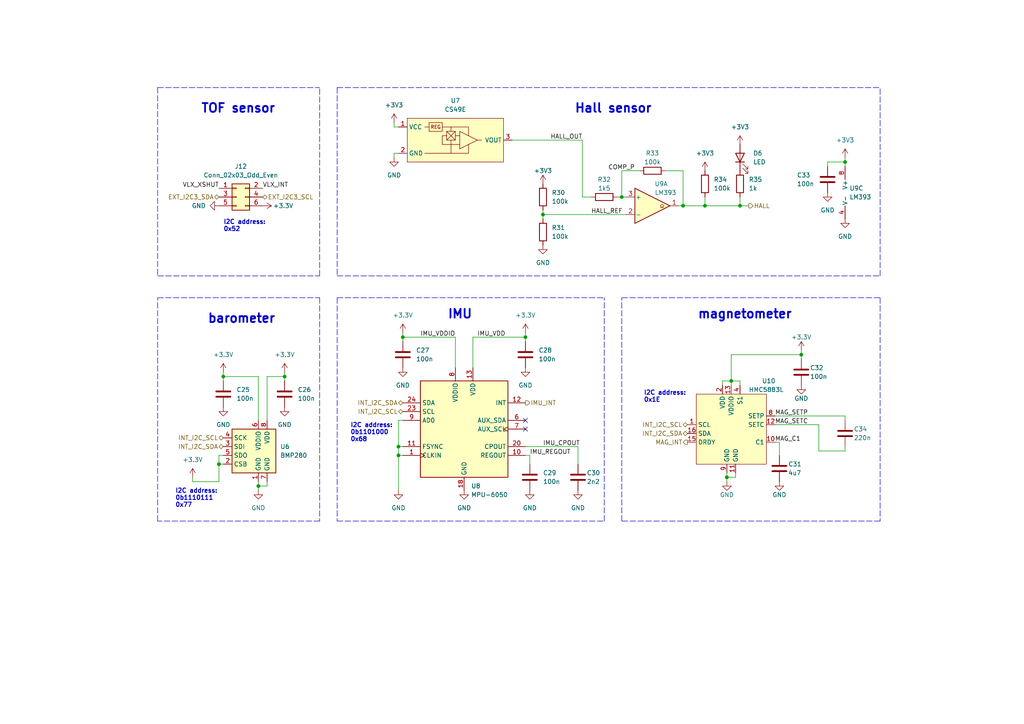
<source format=kicad_sch>
(kicad_sch (version 20211123) (generator eeschema)
  (paper "A4")
  (lib_symbols
    (symbol "+3.3V_1" (power) (pin_names (offset 0))
      (property "Value" "+3.3V_1" (at 0 3.556 0))
      (symbol "+3.3V_1_0_1"
        (polyline (pts (xy -0.762 1.27) (xy 0 2.54)))
        (polyline (pts (xy 0 0) (xy 0 2.54)))
        (polyline (pts (xy 0 2.54) (xy 0.762 1.27)))
      )
      (symbol "+3.3V_1_1_1"
        (pin power_in line (at 0 0 90) (length 0) hide (name "+3V3") (number "1"))
      )
    )
    (symbol "Comparator:LM393" (pin_names (offset 0.127))
      (property "Reference" "U" (at 3.81 3.81 0))
      (property "Value" "LM393" (at 6.35 -3.81 0))
      (symbol "LM393_1_1"
        (polyline (pts (xy -5.08 5.08) (xy 5.08 0) (xy -5.08 -5.08) (xy -5.08 5.08)) (stroke (width 0.254)) (fill (type background)))
        (polyline (pts (xy 3.302 -0.508) (xy 2.794 -0.508) (xy 3.302 0) (xy 2.794 0.508) (xy 2.286 0) (xy 2.794 -0.508) (xy 2.286 -0.508)) (stroke (width 0.127)))
        (pin open_collector line (at 7.62 0 180) (length 2.54) (name "~") (number "1"))
        (pin input line (at -7.62 -2.54 0) (length 2.54) (name "-") (number "2"))
        (pin input line (at -7.62 2.54 0) (length 2.54) (name "+") (number "3"))
      )
      (symbol "LM393_2_1"
        (polyline (pts (xy -5.08 5.08) (xy 5.08 0) (xy -5.08 -5.08) (xy -5.08 5.08)) (stroke (width 0.254)) (fill (type background)))
        (polyline (pts (xy 3.302 -0.508) (xy 2.794 -0.508) (xy 3.302 0) (xy 2.794 0.508) (xy 2.286 0) (xy 2.794 -0.508) (xy 2.286 -0.508)) (stroke (width 0.127)))
        (pin input line (at -7.62 2.54 0) (length 2.54) (name "+") (number "5"))
        (pin input line (at -7.62 -2.54 0) (length 2.54) (name "_") (number "6"))
        (pin open_collector line (at 7.62 0 180) (length 2.54) (name "~") (number "7"))
      )
      (symbol "LM393_3_1"
        (pin power_in line (at -2.54 -7.62 90) (length 3.81) (name "V-") (number "4"))
        (pin power_in line (at -2.54 7.62 270) (length 3.81) (name "V+") (number "8"))
      )
    )
    (symbol "Connector_Generic:Conn_02x03_Odd_Even" (pin_names (offset 1.016) hide)
      (property "Reference" "J" (at 1.27 5.08 0))
      (property "Value" "Conn_02x03_Odd_Even" (at 1.27 -5.08 0))
      (symbol "Conn_02x03_Odd_Even_1_1"
        (rectangle (start -1.27 -2.413) (end 0 -2.667) (stroke (width 0.1524)))
        (rectangle (start -1.27 0.127) (end 0 -0.127) (stroke (width 0.1524)))
        (rectangle (start -1.27 2.667) (end 0 2.413) (stroke (width 0.1524)))
        (rectangle (start -1.27 3.81) (end 3.81 -3.81) (stroke (width 0.254)) (fill (type background)))
        (rectangle (start 3.81 -2.413) (end 2.54 -2.667) (stroke (width 0.1524)))
        (rectangle (start 3.81 0.127) (end 2.54 -0.127) (stroke (width 0.1524)))
        (rectangle (start 3.81 2.667) (end 2.54 2.413) (stroke (width 0.1524)))
        (pin passive line (at -5.08 2.54 0) (length 3.81) (name "Pin_1") (number "1"))
        (pin passive line (at 7.62 2.54 180) (length 3.81) (name "Pin_2") (number "2"))
        (pin passive line (at -5.08 0 0) (length 3.81) (name "Pin_3") (number "3"))
        (pin passive line (at 7.62 0 180) (length 3.81) (name "Pin_4") (number "4"))
        (pin passive line (at -5.08 -2.54 0) (length 3.81) (name "Pin_5") (number "5"))
        (pin passive line (at 7.62 -2.54 180) (length 3.81) (name "Pin_6") (number "6"))
      )
    )
    (symbol "Device:C" (pin_numbers hide) (pin_names (offset 0.254))
      (property "Reference" "C" (at 0.635 2.54 0))
      (property "Value" "C" (at 0.635 -2.54 0))
      (symbol "C_0_1"
        (polyline (pts (xy -2.032 -0.762) (xy 2.032 -0.762)) (stroke (width 0.508)))
        (polyline (pts (xy -2.032 0.762) (xy 2.032 0.762)) (stroke (width 0.508)))
      )
      (symbol "C_1_1"
        (pin passive line (at 0 3.81 270) (length 2.794) (name "~") (number "1"))
        (pin passive line (at 0 -3.81 90) (length 2.794) (name "~") (number "2"))
      )
    )
    (symbol "Device:LED" (pin_numbers hide) (pin_names (offset 1.016) hide)
      (property "Reference" "D" (at 0 2.54 0))
      (property "Value" "LED" (at 0 -2.54 0))
      (symbol "LED_0_1"
        (polyline (pts (xy -1.27 -1.27) (xy -1.27 1.27)) (stroke (width 0.254)))
        (polyline (pts (xy -1.27 0) (xy 1.27 0)))
        (polyline (pts (xy 1.27 -1.27) (xy 1.27 1.27) (xy -1.27 0) (xy 1.27 -1.27)) (stroke (width 0.254)))
        (polyline (pts (xy -3.048 -0.762) (xy -4.572 -2.286) (xy -3.81 -2.286) (xy -4.572 -2.286) (xy -4.572 -1.524)))
        (polyline (pts (xy -1.778 -0.762) (xy -3.302 -2.286) (xy -2.54 -2.286) (xy -3.302 -2.286) (xy -3.302 -1.524)))
      )
      (symbol "LED_1_1"
        (pin passive line (at -3.81 0 0) (length 2.54) (name "K") (number "1"))
        (pin passive line (at 3.81 0 180) (length 2.54) (name "A") (number "2"))
      )
    )
    (symbol "Device:R" (pin_numbers hide) (pin_names (offset 0))
      (property "Reference" "R" (at 2.032 0 90))
      (property "Value" "R" (at 0 0 90))
      (symbol "R_0_1"
        (rectangle (start -1.016 -2.54) (end 1.016 2.54) (stroke (width 0.254)))
      )
      (symbol "R_1_1"
        (pin passive line (at 0 3.81 270) (length 1.27) (name "~") (number "1"))
        (pin passive line (at 0 -3.81 90) (length 1.27) (name "~") (number "2"))
      )
    )
    (symbol "Sensor_Motion:MPU-6050"
      (property "Reference" "U" (at -11.43 13.97 0))
      (property "Value" "MPU-6050" (at 7.62 -15.24 0))
      (symbol "MPU-6050_0_0"
        (text "" (at 12.7 -2.54 0) (effects (font (size 1.27 1.27))))
      )
      (symbol "MPU-6050_0_1"
        (rectangle (start -12.7 13.97) (end 12.7 -13.97) (stroke (width 0.254)) (fill (type background)))
      )
      (symbol "MPU-6050_1_1"
        (pin input clock (at -17.78 -7.62 0) (length 5.08) (name "CLKIN") (number "1"))
        (pin passive line (at 17.78 -7.62 180) (length 5.08) (name "REGOUT") (number "10"))
        (pin input line (at -17.78 -5.08 0) (length 5.08) (name "FSYNC") (number "11"))
        (pin output line (at 17.78 7.62 180) (length 5.08) (name "INT") (number "12"))
        (pin power_in line (at 2.54 17.78 270) (length 3.81) (name "VDD") (number "13"))
        (pin no_connect line (at -12.7 -10.16 0) (length 2.54) hide (name "NC") (number "14"))
        (pin no_connect line (at 12.7 12.7 180) (length 2.54) hide (name "NC") (number "15"))
        (pin no_connect line (at 12.7 10.16 180) (length 2.54) hide (name "NC") (number "16"))
        (pin no_connect line (at 12.7 5.08 180) (length 2.54) hide (name "NC") (number "17"))
        (pin power_in line (at 0 -17.78 90) (length 3.81) (name "GND") (number "18"))
        (pin no_connect line (at 12.7 -10.16 180) (length 2.54) hide (name "NC") (number "19"))
        (pin no_connect line (at -12.7 12.7 0) (length 2.54) hide (name "NC") (number "2"))
        (pin passive line (at 17.78 -5.08 180) (length 5.08) (name "CPOUT") (number "20"))
        (pin no_connect line (at 12.7 -2.54 180) (length 2.54) hide (name "NC") (number "21"))
        (pin no_connect line (at 12.7 -12.7 180) (length 2.54) hide (name "NC") (number "22"))
        (pin input line (at -17.78 5.08 0) (length 5.08) (name "SCL") (number "23"))
        (pin bidirectional line (at -17.78 7.62 0) (length 5.08) (name "SDA") (number "24"))
        (pin no_connect line (at -12.7 10.16 0) (length 2.54) hide (name "NC") (number "3"))
        (pin no_connect line (at -12.7 0 0) (length 2.54) hide (name "NC") (number "4"))
        (pin no_connect line (at -12.7 -2.54 0) (length 2.54) hide (name "NC") (number "5"))
        (pin bidirectional line (at 17.78 2.54 180) (length 5.08) (name "AUX_SDA") (number "6"))
        (pin output clock (at 17.78 0 180) (length 5.08) (name "AUX_SCL") (number "7"))
        (pin power_in line (at -2.54 17.78 270) (length 3.81) (name "VDDIO") (number "8"))
        (pin input line (at -17.78 2.54 0) (length 5.08) (name "AD0") (number "9"))
      )
    )
    (symbol "Sensor_Pressure:BMP280"
      (property "Reference" "U" (at -7.62 10.16 0))
      (property "Value" "BMP280" (at 5.08 10.16 0))
      (symbol "BMP280_0_1"
        (rectangle (start -7.62 -5.08) (end 5.08 7.62) (stroke (width 0.254)) (fill (type background)))
      )
      (symbol "BMP280_1_1"
        (pin power_in line (at 0 -7.62 90) (length 2.54) (name "GND") (number "1"))
        (pin input line (at -10.16 -2.54 0) (length 2.54) (name "CSB") (number "2"))
        (pin bidirectional line (at -10.16 2.54 0) (length 2.54) (name "SDI") (number "3"))
        (pin input line (at -10.16 5.08 0) (length 2.54) (name "SCK") (number "4"))
        (pin bidirectional line (at -10.16 0 0) (length 2.54) (name "SDO") (number "5"))
        (pin power_in line (at 0 10.16 270) (length 2.54) (name "VDDIO") (number "6"))
        (pin power_in line (at 2.54 -7.62 90) (length 2.54) (name "GND") (number "7"))
        (pin power_in line (at 2.54 10.16 270) (length 2.54) (name "VDD") (number "8"))
      )
    )
    (symbol "goose:CS49E"
      (property "Reference" "U" (at 0 11.43 0))
      (property "Value" "CS49E" (at 0 8.89 0))
      (symbol "CS49E_0_0"
        (text "REG" (at -5.71 3.81 0) (effects (font (size 1 1))))
      )
      (symbol "CS49E_0_1"
        (rectangle (start -13.97 6.35) (end 13.97 -6.35) (fill (type background)))
        (rectangle (start -7.62 5.08) (end -3.81 2.54))
        (polyline (pts (xy -8.89 3.81) (xy -7.62 3.81)))
        (polyline (pts (xy -2.54 2.54) (xy 0 0)))
        (polyline (pts (xy 0 1.27) (xy 1.27 1.27)))
        (polyline (pts (xy 0 2.54) (xy -2.54 0)))
        (polyline (pts (xy 6.35 0) (xy 7.62 0)))
        (polyline (pts (xy -1.27 0) (xy -1.27 -3.81) (xy -8.89 -3.81)))
        (polyline (pts (xy -1.27 3.81) (xy 3.81 3.81) (xy 3.81 1.27)))
        (polyline (pts (xy 3.81 -1.27) (xy 3.81 -3.81) (xy -1.27 -3.81)))
        (polyline (pts (xy -2.54 1.27) (xy -3.81 1.27) (xy -3.81 -1.27) (xy 1.27 -1.27)))
        (polyline (pts (xy 1.27 2.54) (xy 1.27 -2.54) (xy 6.35 0) (xy 1.27 2.54)))
        (polyline (pts (xy -3.81 3.81) (xy -1.27 3.81) (xy -1.27 2.54) (xy -2.54 2.54) (xy -2.54 0) (xy 0 0) (xy 0 2.54) (xy -1.27 2.54) (xy -2.54 2.54)))
      )
      (symbol "CS49E_1_1"
        (pin power_in line (at -16.51 3.81 0) (length 2.54) (name "VCC") (number "1"))
        (pin passive line (at -16.51 -3.81 0) (length 2.54) (name "GND") (number "2"))
        (pin output line (at 16.51 0 180) (length 2.54) (name "VOUT") (number "3"))
      )
    )
    (symbol "goose:QMC5883L"
      (property "Reference" "U" (at 9.525 15.875 0))
      (property "Value" "QMC5883L" (at 9.525 13.335 0))
      (symbol "QMC5883L_0_1"
        (rectangle (start -10.16 11.43) (end 10.16 -8.89) (fill (type background)))
      )
      (symbol "QMC5883L_1_1"
        (pin input line (at -12.7 2.54 0) (length 2.54) (name "SCL") (number "1"))
        (pin input line (at 12.7 -2.54 180) (length 2.54) (name "C1") (number "10"))
        (pin input line (at 1.27 -11.43 90) (length 2.54) (name "GND") (number "11"))
        (pin input line (at 12.7 2.54 180) (length 2.54) (name "SETC") (number "12"))
        (pin input line (at 0 13.97 270) (length 2.54) (name "VDDIO") (number "13"))
        (pin input line (at -12.7 -2.54 0) (length 2.54) (name "DRDY") (number "15"))
        (pin input line (at -12.7 0 0) (length 2.54) (name "SDA") (number "16"))
        (pin input line (at -2.54 13.97 270) (length 2.54) (name "VDD") (number "2"))
        (pin input line (at 2.54 13.97 270) (length 2.54) (name "S1") (number "4"))
        (pin input line (at 12.7 5.08 180) (length 2.54) (name "SETP") (number "8"))
        (pin input line (at -1.27 -11.43 90) (length 2.54) (name "GND") (number "9"))
      )
    )
    (symbol "power:+3.3V" (power) (pin_names (offset 0))
      (property "Value" "+3.3V" (at 0 3.556 0))
      (symbol "+3.3V_0_1"
        (polyline (pts (xy -0.762 1.27) (xy 0 2.54)))
        (polyline (pts (xy 0 0) (xy 0 2.54)))
        (polyline (pts (xy 0 2.54) (xy 0.762 1.27)))
      )
      (symbol "+3.3V_1_1"
        (pin power_in line (at 0 0 90) (length 0) hide (name "+3.3V") (number "1"))
      )
    )
    (symbol "power:GND" (power) (pin_names (offset 0))
      (property "Value" "GND" (at 0 -3.81 0))
      (symbol "GND_0_1"
        (polyline (pts (xy 0 0) (xy 0 -1.27) (xy 1.27 -1.27) (xy 0 -2.54) (xy -1.27 -1.27) (xy 0 -1.27)))
      )
      (symbol "GND_1_1"
        (pin power_in line (at 0 0 270) (length 0) hide (name "GND") (number "1"))
      )
    )
  )
  (junction (at 212.09 110.49))
  (junction (at 63.5 134.62))
  (junction (at 232.41 102.87))
  (junction (at 115.57 129.54))
  (junction (at 82.55 109.22))
  (junction (at 214.63 59.69))
  (junction (at 210.82 138.43))
  (junction (at 198.12 59.69))
  (junction (at 116.84 97.79))
  (junction (at 64.77 109.22))
  (junction (at 152.4 97.79))
  (junction (at 204.47 59.69))
  (junction (at 115.57 132.08))
  (junction (at 157.48 62.23))
  (junction (at 180.34 57.15))
  (junction (at 245.11 46.99))
  (junction (at 74.93 140.97))
  (no_connect (at 152.4 121.92))
  (no_connect (at 152.4 124.46))
  (wire (pts (xy 115.57 129.54) (xy 115.57 121.92)))
  (polyline (pts (xy 255.27 86.36) (xy 255.27 151.13)))
  (wire (pts (xy 63.5 134.62) (xy 64.77 134.62)))
  (polyline (pts (xy 92.71 151.13) (xy 45.72 151.13)))
  (wire (pts (xy 116.84 97.79) (xy 116.84 99.06)))
  (wire (pts (xy 152.4 96.52) (xy 152.4 97.79)))
  (polyline (pts (xy 97.79 86.36) (xy 97.79 151.13)))
  (wire (pts (xy 224.79 128.27) (xy 226.06 128.27)))
  (wire (pts (xy 148.59 40.64) (xy 168.91 40.64)))
  (wire (pts (xy 137.16 97.79) (xy 137.16 106.68)))
  (wire (pts (xy 152.4 97.79) (xy 152.4 99.06)))
  (polyline (pts (xy 92.71 80.01) (xy 92.71 25.4)))
  (wire (pts (xy 115.57 132.08) (xy 115.57 129.54)))
  (wire (pts (xy 245.11 45.72) (xy 245.11 46.99)))
  (wire (pts (xy 152.4 129.54) (xy 167.64 129.54)))
  (polyline (pts (xy 180.34 151.13) (xy 180.34 86.36)))
  (wire (pts (xy 74.93 109.22) (xy 64.77 109.22)))
  (wire (pts (xy 245.11 130.81) (xy 237.49 130.81)))
  (wire (pts (xy 64.77 107.95) (xy 64.77 109.22)))
  (wire (pts (xy 64.77 109.22) (xy 64.77 110.49)))
  (wire (pts (xy 55.88 139.7) (xy 55.88 138.43)))
  (polyline (pts (xy 97.79 25.4) (xy 97.79 80.01)))
  (wire (pts (xy 74.93 140.97) (xy 77.47 140.97)))
  (wire (pts (xy 245.11 120.65) (xy 245.11 121.92)))
  (wire (pts (xy 82.55 107.95) (xy 82.55 109.22)))
  (wire (pts (xy 214.63 59.69) (xy 217.17 59.69)))
  (wire (pts (xy 132.08 106.68) (xy 132.08 97.79)))
  (wire (pts (xy 64.77 132.08) (xy 63.5 132.08)))
  (wire (pts (xy 237.49 123.19) (xy 224.79 123.19)))
  (wire (pts (xy 77.47 121.92) (xy 77.47 109.22)))
  (polyline (pts (xy 45.72 86.36) (xy 92.71 86.36)))
  (wire (pts (xy 204.47 57.15) (xy 204.47 59.69)))
  (wire (pts (xy 209.55 110.49) (xy 212.09 110.49)))
  (polyline (pts (xy 45.72 80.01) (xy 92.71 80.01)))
  (wire (pts (xy 209.55 111.76) (xy 209.55 110.49)))
  (wire (pts (xy 168.91 57.15) (xy 171.45 57.15)))
  (wire (pts (xy 116.84 96.52) (xy 116.84 97.79)))
  (wire (pts (xy 198.12 49.53) (xy 198.12 59.69)))
  (wire (pts (xy 132.08 97.79) (xy 116.84 97.79)))
  (wire (pts (xy 226.06 128.27) (xy 226.06 132.08)))
  (wire (pts (xy 210.82 137.16) (xy 210.82 138.43)))
  (wire (pts (xy 157.48 62.23) (xy 181.61 62.23)))
  (wire (pts (xy 245.11 129.54) (xy 245.11 130.81)))
  (wire (pts (xy 115.57 132.08) (xy 116.84 132.08)))
  (wire (pts (xy 115.57 129.54) (xy 116.84 129.54)))
  (wire (pts (xy 179.07 57.15) (xy 180.34 57.15)))
  (wire (pts (xy 114.3 45.72) (xy 114.3 44.45)))
  (wire (pts (xy 153.67 132.08) (xy 152.4 132.08)))
  (wire (pts (xy 224.79 120.65) (xy 245.11 120.65)))
  (wire (pts (xy 74.93 139.7) (xy 74.93 140.97)))
  (polyline (pts (xy 97.79 80.01) (xy 255.27 80.01)))
  (polyline (pts (xy 97.79 86.36) (xy 175.26 86.36)))
  (polyline (pts (xy 175.26 151.13) (xy 175.26 86.36)))
  (wire (pts (xy 232.41 101.6) (xy 232.41 102.87)))
  (wire (pts (xy 63.5 132.08) (xy 63.5 134.62)))
  (wire (pts (xy 212.09 110.49) (xy 212.09 111.76)))
  (wire (pts (xy 214.63 110.49) (xy 214.63 111.76)))
  (wire (pts (xy 212.09 102.87) (xy 232.41 102.87)))
  (wire (pts (xy 63.5 139.7) (xy 55.88 139.7)))
  (wire (pts (xy 114.3 36.83) (xy 115.57 36.83)))
  (wire (pts (xy 137.16 97.79) (xy 152.4 97.79)))
  (wire (pts (xy 157.48 60.96) (xy 157.48 62.23)))
  (wire (pts (xy 82.55 109.22) (xy 82.55 110.49)))
  (wire (pts (xy 210.82 138.43) (xy 213.36 138.43)))
  (wire (pts (xy 114.3 44.45) (xy 115.57 44.45)))
  (wire (pts (xy 180.34 57.15) (xy 181.61 57.15)))
  (polyline (pts (xy 180.34 86.36) (xy 255.27 86.36)))
  (wire (pts (xy 214.63 57.15) (xy 214.63 59.69)))
  (wire (pts (xy 210.82 138.43) (xy 210.82 139.7)))
  (wire (pts (xy 153.67 134.62) (xy 153.67 132.08)))
  (polyline (pts (xy 97.79 25.4) (xy 255.27 25.4)))
  (wire (pts (xy 193.04 49.53) (xy 198.12 49.53)))
  (wire (pts (xy 77.47 140.97) (xy 77.47 139.7)))
  (wire (pts (xy 196.85 59.69) (xy 198.12 59.69)))
  (wire (pts (xy 77.47 109.22) (xy 82.55 109.22)))
  (wire (pts (xy 115.57 142.24) (xy 115.57 132.08)))
  (wire (pts (xy 115.57 121.92) (xy 116.84 121.92)))
  (wire (pts (xy 74.93 140.97) (xy 74.93 142.24)))
  (wire (pts (xy 212.09 110.49) (xy 212.09 102.87)))
  (wire (pts (xy 157.48 62.23) (xy 157.48 63.5)))
  (wire (pts (xy 198.12 59.69) (xy 204.47 59.69)))
  (wire (pts (xy 74.93 121.92) (xy 74.93 109.22)))
  (wire (pts (xy 168.91 40.64) (xy 168.91 57.15)))
  (polyline (pts (xy 45.72 25.4) (xy 45.72 80.01)))
  (polyline (pts (xy 92.71 86.36) (xy 92.71 151.13)))
  (wire (pts (xy 245.11 46.99) (xy 240.03 46.99)))
  (polyline (pts (xy 255.27 151.13) (xy 180.34 151.13)))
  (wire (pts (xy 63.5 134.62) (xy 63.5 139.7)))
  (wire (pts (xy 204.47 59.69) (xy 214.63 59.69)))
  (wire (pts (xy 212.09 110.49) (xy 214.63 110.49)))
  (wire (pts (xy 232.41 102.87) (xy 232.41 104.14)))
  (wire (pts (xy 245.11 46.99) (xy 245.11 48.26)))
  (wire (pts (xy 114.3 35.56) (xy 114.3 36.83)))
  (wire (pts (xy 180.34 49.53) (xy 180.34 57.15)))
  (polyline (pts (xy 97.79 151.13) (xy 175.26 151.13)))
  (wire (pts (xy 240.03 46.99) (xy 240.03 48.26)))
  (polyline (pts (xy 45.72 151.13) (xy 45.72 86.36)))
  (polyline (pts (xy 255.27 80.01) (xy 255.27 25.4)))
  (wire (pts (xy 167.64 129.54) (xy 167.64 134.62)))
  (polyline (pts (xy 45.72 25.4) (xy 92.71 25.4)))
  (wire (pts (xy 237.49 130.81) (xy 237.49 123.19)))
  (wire (pts (xy 185.42 49.53) (xy 180.34 49.53)))
  (wire (pts (xy 213.36 138.43) (xy 213.36 137.16)))
  (text "I2C address:\n0b1110111\n0x77" (at 50.8 147.32 0) (effects (font (size 1.27 1.27) (thickness 0.254) bold) (justify left bottom)))
  (text "magnetometer" (at 229.87 92.71 180) (effects (font (size 2.54 2.54) (thickness 0.508) bold) (justify right bottom)))
  (text "TOF sensor" (at 80.01 33.02 180) (effects (font (size 2.54 2.54) (thickness 0.508) bold) (justify right bottom)))
  (text "I2C address:\n0x1E" (at 186.69 116.84 0) (effects (font (size 1.27 1.27) (thickness 0.254) bold) (justify left bottom)))
  (text "I2C address:\n0b1101000\n0x68" (at 101.6 128.27 0) (effects (font (size 1.27 1.27) (thickness 0.254) bold) (justify left bottom)))
  (text "Hall sensor" (at 189.23 33.02 180) (effects (font (size 2.54 2.54) (thickness 0.508) bold) (justify right bottom)))
  (text "barometer" (at 80.01 93.98 180) (effects (font (size 2.54 2.54) (thickness 0.508) bold) (justify right bottom)))
  (text "IMU" (at 137.16 92.71 180) (effects (font (size 2.54 2.54) (thickness 0.508) bold) (justify right bottom)))
  (text "I2C address:\n0x52" (at 64.77 67.31 0) (effects (font (size 1.27 1.27) (thickness 0.254) bold) (justify left bottom)))
  (label "IMU_VDD" (at 138.43 97.79 0))
  (label "COMP_P" (at 184.15 49.53 180))
  (label "MAG_C1" (at 224.79 128.27 0))
  (label "MAG_SETP" (at 224.79 120.65 0))
  (label "IMU_REGOUT" (at 153.67 132.08 0))
  (label "IMU_VDDIO" (at 121.92 97.79 0))
  (label "MAG_SETC" (at 224.79 123.19 0))
  (label "VLX_XSHUT" (at 63.5 54.61 180))
  (label "VLX_INT" (at 76.2 54.61 0))
  (label "HALL_OUT" (at 168.91 40.64 180))
  (label "HALL_REF" (at 171.45 62.23 0))
  (label "IMU_CPOUT" (at 157.48 129.54 0))
  (hierarchical_label "INT_I2C_SDA" (shape bidirectional) (at 199.39 125.73 180))
  (hierarchical_label "EXT_I2C3_SCL" (shape bidirectional) (at 76.2 57.15 0))
  (hierarchical_label "INT_I2C_SDA" (shape bidirectional) (at 116.84 116.84 180))
  (hierarchical_label "HALL" (shape output) (at 217.17 59.69 0))
  (hierarchical_label "IMU_INT" (shape output) (at 152.4 116.84 0))
  (hierarchical_label "MAG_INT" (shape output) (at 199.39 128.27 180))
  (hierarchical_label "INT_I2C_SCL" (shape bidirectional) (at 199.39 123.19 180))
  (hierarchical_label "EXT_I2C3_SDA" (shape bidirectional) (at 63.5 57.15 180))
  (hierarchical_label "INT_I2C_SDA" (shape bidirectional) (at 64.77 129.54 180))
  (hierarchical_label "INT_I2C_SCL" (shape bidirectional) (at 64.77 127 180))
  (hierarchical_label "INT_I2C_SCL" (shape bidirectional) (at 116.84 119.38 180))
  (symbol (lib_id "power:GND") (at 64.77 118.11 0) (unit 1)
    (property "Reference" "#PWR075" (effects hide))
    (property "Value" "GND" (at 64.77 123.19 0))
  )
  (symbol (lib_id "power:GND") (at 152.4 106.68 0) (unit 1)
    (property "Reference" "#PWR087" (effects hide))
    (property "Value" "GND" (at 152.4 111.76 0))
  )
  (symbol (lib_id "power:GND") (at 63.5 59.69 270) (unit 1)
    (property "Reference" "#PWR073" (effects hide))
    (property "Value" "GND" (at 59.69 59.69 90) (effects (justify right)))
  )
  (symbol (lib_id "Device:C") (at 152.4 102.87 0) (unit 1)
    (property "Reference" "C28" (at 156.21 101.5999 0) (effects (justify left)))
    (property "Value" "100n" (at 156.21 104.1399 0) (effects (justify left)))
    (property "Footprint" "Capacitor_SMD:C_0603_1608Metric" (effects hide))
  )
  (symbol (lib_name "+3.3V_1") (lib_id "power:+3.3V") (at 114.3 35.56 0) (mirror y) (unit 1)
    (property "Reference" "#PWR080" (effects hide))
    (property "Value" "+3.3V" (at 114.3 30.48 0))
  )
  (symbol (lib_name "+3.3V_1") (lib_id "power:+3.3V") (at 204.47 49.53 0) (mirror y) (unit 1)
    (property "Reference" "#PWR092" (effects hide))
    (property "Value" "+3.3V" (at 204.47 44.45 0))
  )
  (symbol (lib_id "power:GND") (at 210.82 139.7 0) (unit 1)
    (property "Reference" "#PWR093" (effects hide))
    (property "Value" "GND" (at 210.82 143.51 0))
  )
  (symbol (lib_id "power:GND") (at 226.06 139.7 0) (unit 1)
    (property "Reference" "#PWR095" (effects hide))
    (property "Value" "GND" (at 226.06 143.51 0))
  )
  (symbol (lib_id "Device:R") (at 189.23 49.53 90) (unit 1)
    (property "Reference" "R33" (at 189.23 44.45 90))
    (property "Value" "100k" (at 189.23 46.99 90))
    (property "Footprint" "Resistor_SMD:R_0603_1608Metric" (effects hide))
  )
  (symbol (lib_name "+3.3V_1") (lib_id "power:+3.3V") (at 214.63 41.91 0) (mirror y) (unit 1)
    (property "Reference" "#PWR094" (effects hide))
    (property "Value" "+3.3V" (at 214.63 36.83 0))
  )
  (symbol (lib_id "power:+3.3V") (at 64.77 107.95 0) (unit 1)
    (property "Reference" "#PWR074" (effects hide))
    (property "Value" "+3.3V" (at 64.77 102.87 0))
  )
  (symbol (lib_id "Device:C") (at 116.84 102.87 0) (unit 1)
    (property "Reference" "C27" (at 120.65 101.6 0) (effects (justify left)))
    (property "Value" "100n" (at 120.65 104.14 0) (effects (justify left)))
    (property "Footprint" "Capacitor_SMD:C_0603_1608Metric" (effects hide))
  )
  (symbol (lib_id "Comparator:LM393") (at 189.23 59.69 0) (unit 1)
    (property "Reference" "U9" (at 191.77 53.34 0))
    (property "Value" "LM393" (at 193.04 55.88 0))
    (property "Footprint" "Package_SO:SOIC-8_3.9x4.9mm_P1.27mm" (effects hide))
    (property "Datasheet" "http://www.ti.com/lit/ds/symlink/lm393.pdf" (effects hide))
  )
  (symbol (lib_name "+3.3V_1") (lib_id "power:+3.3V") (at 245.11 45.72 0) (unit 1)
    (property "Reference" "#PWR099" (effects hide))
    (property "Value" "+3.3V" (at 245.11 40.64 0))
  )
  (symbol (lib_id "power:GND") (at 114.3 45.72 0) (mirror y) (unit 1)
    (property "Reference" "#PWR081" (effects hide))
    (property "Value" "GND" (at 114.3 50.8 0))
  )
  (symbol (lib_id "goose:CS49E") (at 132.08 40.64 0) (unit 1)
    (property "Reference" "U7" (at 132.08 29.21 0))
    (property "Value" "CS49E" (at 132.08 31.75 0))
    (property "Footprint" "goose:tht_pin_01x03" (effects hide))
  )
  (symbol (lib_id "Device:R") (at 214.63 53.34 180) (unit 1)
    (property "Reference" "R35" (at 217.17 52.07 0) (effects (justify right)))
    (property "Value" "1k" (at 217.17 54.61 0) (effects (justify right)))
    (property "Footprint" "Resistor_SMD:R_0603_1608Metric" (effects hide))
  )
  (symbol (lib_id "power:GND") (at 134.62 142.24 0) (unit 1)
    (property "Reference" "#PWR085" (effects hide))
    (property "Value" "GND" (at 134.62 147.32 0))
  )
  (symbol (lib_id "power:GND") (at 245.11 63.5 0) (unit 1)
    (property "Reference" "#PWR0100" (effects hide))
    (property "Value" "GND" (at 245.11 68.58 0))
  )
  (symbol (lib_id "Device:C") (at 167.64 138.43 0) (unit 1)
    (property "Reference" "C30" (at 170.18 137.16 0) (effects (justify left)))
    (property "Value" "2n2" (at 170.18 139.7 0) (effects (justify left)))
    (property "Footprint" "Capacitor_SMD:C_0603_1608Metric" (effects hide))
  )
  (symbol (lib_id "Comparator:LM393") (at 247.65 55.88 0) (unit 3)
    (property "Reference" "U9" (at 246.38 54.6099 0) (effects (justify left)))
    (property "Value" "LM393" (at 246.38 57.1499 0) (effects (justify left)))
    (property "Footprint" "Package_SO:SOIC-8_3.9x4.9mm_P1.27mm" (effects hide))
    (property "Datasheet" "http://www.ti.com/lit/ds/symlink/lm393.pdf" (effects hide))
  )
  (symbol (lib_id "power:GND") (at 153.67 142.24 0) (unit 1)
    (property "Reference" "#PWR088" (effects hide))
    (property "Value" "GND" (at 153.67 147.32 0))
  )
  (symbol (lib_id "Device:R") (at 157.48 57.15 0) (unit 1)
    (property "Reference" "R30" (at 160.02 55.8799 0) (effects (justify left)))
    (property "Value" "100k" (at 160.02 58.4199 0) (effects (justify left)))
    (property "Footprint" "Resistor_SMD:R_0603_1608Metric" (effects hide))
  )
  (symbol (lib_id "Device:R") (at 157.48 67.31 0) (unit 1)
    (property "Reference" "R31" (at 160.02 66.0399 0) (effects (justify left)))
    (property "Value" "100k" (at 160.02 68.5799 0) (effects (justify left)))
    (property "Footprint" "Resistor_SMD:R_0603_1608Metric" (effects hide))
  )
  (symbol (lib_id "Device:C") (at 64.77 114.3 0) (unit 1)
    (property "Reference" "C25" (at 68.58 113.03 0) (effects (justify left)))
    (property "Value" "100n" (at 68.58 115.57 0) (effects (justify left)))
    (property "Footprint" "Capacitor_SMD:C_0603_1608Metric" (effects hide))
  )
  (symbol (lib_id "Device:R") (at 175.26 57.15 90) (unit 1)
    (property "Reference" "R32" (at 175.26 52.07 90))
    (property "Value" "1k5" (at 175.26 54.61 90))
    (property "Footprint" "Resistor_SMD:R_0603_1608Metric" (effects hide))
  )
  (symbol (lib_id "Device:C") (at 245.11 125.73 0) (unit 1)
    (property "Reference" "C34" (at 247.65 124.46 0) (effects (justify left)))
    (property "Value" "220n" (at 247.65 127 0) (effects (justify left)))
    (property "Footprint" "Capacitor_SMD:C_0603_1608Metric" (effects hide))
  )
  (symbol (lib_id "power:GND") (at 157.48 71.12 0) (mirror y) (unit 1)
    (property "Reference" "#PWR090" (effects hide))
    (property "Value" "GND" (at 157.48 76.2 0))
  )
  (symbol (lib_id "Device:LED") (at 214.63 45.72 90) (unit 1)
    (property "Reference" "D6" (at 218.44 44.45 90) (effects (justify right)))
    (property "Value" "LED" (at 218.44 46.99 90) (effects (justify right)))
    (property "Footprint" "LED_SMD:LED_0603_1608Metric" (effects hide))
  )
  (symbol (lib_id "power:+3.3V") (at 232.41 101.6 0) (unit 1)
    (property "Reference" "#PWR096" (effects hide))
    (property "Value" "+3.3V" (at 232.41 97.79 0))
  )
  (symbol (lib_id "Sensor_Pressure:BMP280") (at 74.93 132.08 0) (unit 1)
    (property "Reference" "U6" (at 81.28 129.5399 0) (effects (justify left)))
    (property "Value" "BMP280" (at 81.28 132.0799 0) (effects (justify left)))
    (property "Footprint" "goose:bmp280_hand_solder" (effects hide))
    (property "Datasheet" "https://ae-bst.resource.bosch.com/media/_tech/media/datasheets/BST-BMP280-DS001.pdf" (effects hide))
  )
  (symbol (lib_id "Device:C") (at 153.67 138.43 0) (unit 1)
    (property "Reference" "C29" (at 157.48 137.1599 0) (effects (justify left)))
    (property "Value" "100n" (at 157.48 139.6999 0) (effects (justify left)))
    (property "Footprint" "Capacitor_SMD:C_0603_1608Metric" (effects hide))
  )
  (symbol (lib_id "power:+3.3V") (at 152.4 96.52 0) (unit 1)
    (property "Reference" "#PWR086" (effects hide))
    (property "Value" "+3.3V" (at 152.4 91.44 0))
  )
  (symbol (lib_id "Connector_Generic:Conn_02x03_Odd_Even") (at 68.58 57.15 0) (unit 1)
    (property "Reference" "J12" (at 69.85 48.26 0))
    (property "Value" "Conn_02x03_Odd_Even" (at 69.85 50.8 0))
    (property "Footprint" "Connector_IDC:IDC-Header_2x03_P2.54mm_Vertical" (effects hide))
  )
  (symbol (lib_id "power:+3.3V") (at 76.2 59.69 270) (unit 1)
    (property "Reference" "#PWR077" (effects hide))
    (property "Value" "+3.3V" (at 85.09 59.69 90) (effects (justify right)))
  )
  (symbol (lib_id "power:GND") (at 82.55 118.11 0) (unit 1)
    (property "Reference" "#PWR079" (effects hide))
    (property "Value" "GND" (at 82.55 123.19 0))
  )
  (symbol (lib_id "power:+3.3V") (at 55.88 138.43 0) (unit 1)
    (property "Reference" "#PWR072" (effects hide))
    (property "Value" "+3.3V" (at 55.88 133.35 0))
  )
  (symbol (lib_name "+3.3V_1") (lib_id "power:+3.3V") (at 157.48 53.34 0) (mirror y) (unit 1)
    (property "Reference" "#PWR089" (effects hide))
    (property "Value" "+3.3V" (at 157.48 49.53 0))
  )
  (symbol (lib_id "Device:C") (at 226.06 135.89 0) (unit 1)
    (property "Reference" "C31" (at 228.6 134.62 0) (effects (justify left)))
    (property "Value" "4u7" (at 228.6 137.16 0) (effects (justify left)))
    (property "Footprint" "Capacitor_SMD:C_0603_1608Metric" (effects hide))
  )
  (symbol (lib_id "power:+3.3V") (at 116.84 96.52 0) (unit 1)
    (property "Reference" "#PWR083" (effects hide))
    (property "Value" "+3.3V" (at 116.84 91.44 0))
  )
  (symbol (lib_id "goose:QMC5883L") (at 212.09 125.73 0) (unit 1)
    (property "Reference" "U10" (at 220.98 110.49 0) (effects (justify left)))
    (property "Value" "HMC5883L" (at 217.17 113.03 0) (effects (justify left)))
    (property "Footprint" "goose:qmc5883l_hand_solder" (effects hide))
  )
  (symbol (lib_id "power:GND") (at 240.03 55.88 0) (unit 1)
    (property "Reference" "#PWR098" (effects hide))
    (property "Value" "GND" (at 240.03 60.96 0))
  )
  (symbol (lib_id "Device:R") (at 204.47 53.34 180) (unit 1)
    (property "Reference" "R34" (at 207.01 52.07 0) (effects (justify right)))
    (property "Value" "100k" (at 207.01 54.61 0) (effects (justify right)))
    (property "Footprint" "Resistor_SMD:R_0603_1608Metric" (effects hide))
  )
  (symbol (lib_id "Device:C") (at 82.55 114.3 0) (unit 1)
    (property "Reference" "C26" (at 86.36 113.03 0) (effects (justify left)))
    (property "Value" "100n" (at 86.36 115.57 0) (effects (justify left)))
    (property "Footprint" "Capacitor_SMD:C_0603_1608Metric" (effects hide))
  )
  (symbol (lib_id "Sensor_Motion:MPU-6050") (at 134.62 124.46 0) (unit 1)
    (property "Reference" "U8" (at 136.6394 140.97 0) (effects (justify left)))
    (property "Value" "MPU-6050" (at 136.6394 143.51 0) (effects (justify left)))
    (property "Footprint" "goose:mpu6050_hand_solder" (effects hide))
    (property "Datasheet" "https://store.invensense.com/datasheets/invensense/MPU-6050_DataSheet_V3%204.pdf" (effects hide))
  )
  (symbol (lib_id "Device:C") (at 232.41 107.95 0) (unit 1)
    (property "Reference" "C32" (at 234.95 106.68 0) (effects (justify left)))
    (property "Value" "100n" (at 234.95 109.22 0) (effects (justify left)))
    (property "Footprint" "Capacitor_SMD:C_0603_1608Metric" (effects hide))
  )
  (symbol (lib_id "Device:C") (at 240.03 52.07 0) (unit 1)
    (property "Reference" "C33" (at 231.14 50.8 0) (effects (justify left)))
    (property "Value" "100n" (at 231.14 53.34 0) (effects (justify left)))
    (property "Footprint" "Capacitor_SMD:C_0603_1608Metric" (effects hide))
  )
  (symbol (lib_id "power:GND") (at 167.64 142.24 0) (unit 1)
    (property "Reference" "#PWR091" (effects hide))
    (property "Value" "GND" (at 167.64 147.32 0))
  )
  (symbol (lib_id "power:GND") (at 116.84 106.68 0) (unit 1)
    (property "Reference" "#PWR084" (effects hide))
    (property "Value" "GND" (at 116.84 111.76 0))
  )
  (symbol (lib_id "power:+3.3V") (at 82.55 107.95 0) (unit 1)
    (property "Reference" "#PWR078" (effects hide))
    (property "Value" "+3.3V" (at 82.55 102.87 0))
  )
  (symbol (lib_id "power:GND") (at 232.41 111.76 0) (unit 1)
    (property "Reference" "#PWR097" (effects hide))
    (property "Value" "GND" (at 232.41 115.57 0))
  )
  (symbol (lib_id "power:GND") (at 74.93 142.24 0) (unit 1)
    (property "Reference" "#PWR076" (effects hide))
    (property "Value" "GND" (at 74.93 147.32 0))
  )
  (symbol (lib_id "power:GND") (at 115.57 142.24 0) (unit 1)
    (property "Reference" "#PWR082" (effects hide))
    (property "Value" "GND" (at 115.57 147.32 0))
  )
)
</source>
